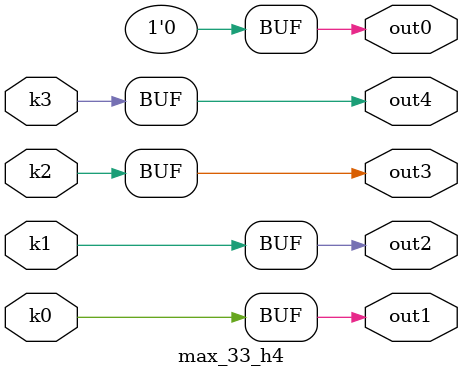
<source format=v>
module max_33(pi00, pi01, pi02, pi03, pi04, pi05, pi06, pi07, pi08, pi09, po0, po1, po2, po3, po4);
input pi00, pi01, pi02, pi03, pi04, pi05, pi06, pi07, pi08, pi09;
output po0, po1, po2, po3, po4;
wire k0, k1, k2, k3;
max_33_w4 DUT1 (pi00, pi01, pi02, pi03, pi04, pi05, pi06, pi07, pi08, pi09, k0, k1, k2, k3);
max_33_h4 DUT2 (k0, k1, k2, k3, po0, po1, po2, po3, po4);
endmodule

module max_33_w4(in9, in8, in7, in6, in5, in4, in3, in2, in1, in0, k3, k2, k1, k0);
input in9, in8, in7, in6, in5, in4, in3, in2, in1, in0;
output k3, k2, k1, k0;
assign k0 =   in0 ? ~in9 : ~in5;
assign k1 =   in0 ? ~in7 : ~in3;
assign k2 =   in0 ? ~in6 : ~in2;
assign k3 =   (((in9 & (~in5 | ~in1)) | (~in5 & ~in1)) & (in6 | ~in2) & (in7 | ~in3) & (in8 | ~in4)) | ((in6 | ~in2) & ((in8 & ~in4 & (in7 | ~in3)) | (in7 & ~in3))) | (in6 & ~in2);
endmodule

module max_33_h4(k3, k2, k1, k0, out4, out3, out2, out1, out0);
input k3, k2, k1, k0;
output out4, out3, out2, out1, out0;
assign out0 = 0;
assign out1 = k0;
assign out2 = k1;
assign out3 = k2;
assign out4 = k3;
endmodule

</source>
